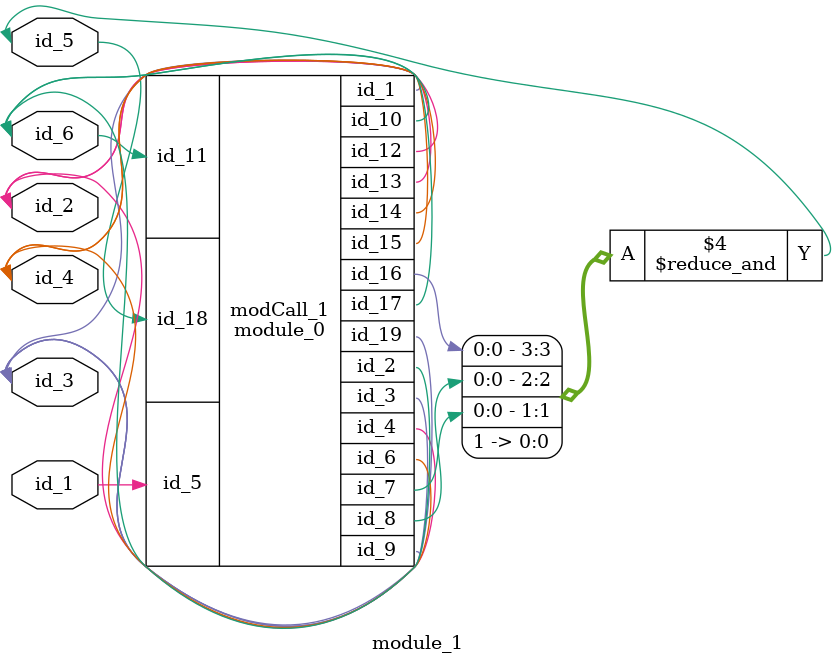
<source format=v>
module module_0 (
    id_1,
    id_2,
    id_3,
    id_4,
    id_5,
    id_6,
    id_7,
    id_8,
    id_9,
    id_10,
    id_11,
    id_12,
    id_13,
    id_14,
    id_15,
    id_16,
    id_17,
    id_18,
    id_19
);
  inout wire id_19;
  input wire id_18;
  inout wire id_17;
  inout wire id_16;
  inout wire id_15;
  output wire id_14;
  inout wire id_13;
  inout wire id_12;
  input wire id_11;
  output wire id_10;
  output wire id_9;
  output wire id_8;
  output wire id_7;
  output wire id_6;
  input wire id_5;
  inout wire id_4;
  inout wire id_3;
  inout wire id_2;
  output wire id_1;
endmodule
module module_1 (
    id_1,
    id_2,
    id_3,
    id_4,
    id_5,
    id_6
);
  inout wire id_6;
  inout wand id_5;
  inout wire id_4;
  inout wire id_3;
  inout wire id_2;
  module_0 modCall_1 (
      id_3,
      id_6,
      id_3,
      id_2,
      id_1,
      id_4,
      id_5,
      id_5,
      id_3,
      id_6,
      id_6,
      id_2,
      id_2,
      id_4,
      id_4,
      id_5,
      id_6,
      id_5,
      id_3
  );
  input wire id_1;
  assign id_2 = (id_2);
  assign id_5 = 1;
endmodule

</source>
